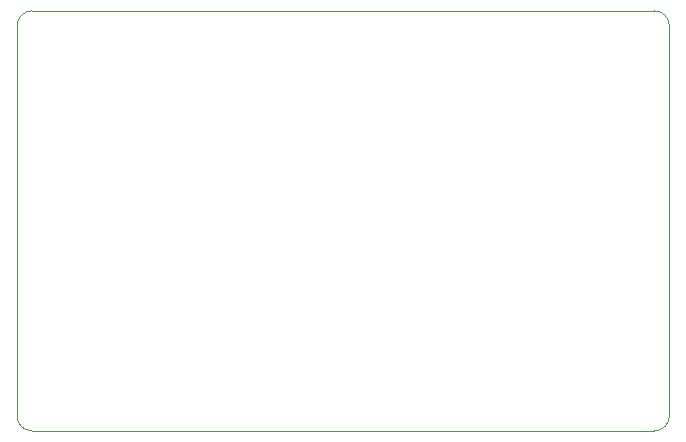
<source format=gbr>
%TF.GenerationSoftware,KiCad,Pcbnew,6.0.11-2627ca5db0~126~ubuntu22.04.1*%
%TF.CreationDate,2024-03-24T13:08:52-07:00*%
%TF.ProjectId,prototype-knob,70726f74-6f74-4797-9065-2d6b6e6f622e,rev?*%
%TF.SameCoordinates,Original*%
%TF.FileFunction,Profile,NP*%
%FSLAX46Y46*%
G04 Gerber Fmt 4.6, Leading zero omitted, Abs format (unit mm)*
G04 Created by KiCad (PCBNEW 6.0.11-2627ca5db0~126~ubuntu22.04.1) date 2024-03-24 13:08:52*
%MOMM*%
%LPD*%
G01*
G04 APERTURE LIST*
%TA.AperFunction,Profile*%
%ADD10C,0.100000*%
%TD*%
G04 APERTURE END LIST*
D10*
X-49530000Y22860000D02*
G75*
G03*
X-50800000Y21590000I0J-1270000D01*
G01*
X-50800000Y-11430000D02*
G75*
G03*
X-49530000Y-12700000I1270000J0D01*
G01*
X3175000Y-12700000D02*
G75*
G03*
X4445000Y-11430000I0J1270000D01*
G01*
X4445000Y21590000D02*
G75*
G03*
X3175000Y22860000I-1270000J0D01*
G01*
X-49530000Y22860000D02*
X3175000Y22860000D01*
X-50800000Y-11430000D02*
X-50800000Y21590000D01*
X3175000Y-12700000D02*
X-49530000Y-12700000D01*
X4445000Y21590000D02*
X4445000Y-11430000D01*
M02*

</source>
